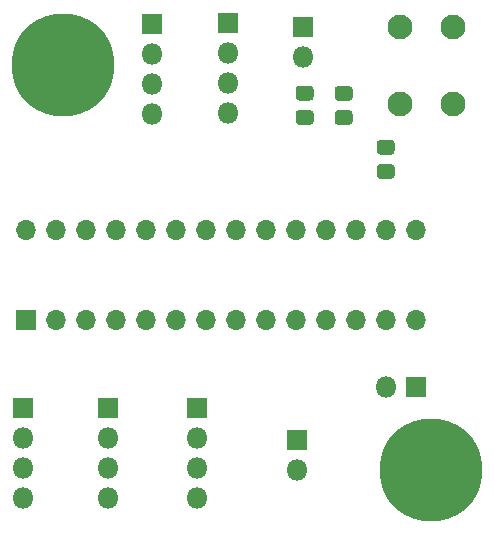
<source format=gbr>
%TF.GenerationSoftware,KiCad,Pcbnew,(5.1.6)-1*%
%TF.CreationDate,2020-09-04T23:44:55+02:00*%
%TF.ProjectId,gpioexpander3,6770696f-6578-4706-916e-646572332e6b,rev?*%
%TF.SameCoordinates,Original*%
%TF.FileFunction,Soldermask,Top*%
%TF.FilePolarity,Negative*%
%FSLAX46Y46*%
G04 Gerber Fmt 4.6, Leading zero omitted, Abs format (unit mm)*
G04 Created by KiCad (PCBNEW (5.1.6)-1) date 2020-09-04 23:44:55*
%MOMM*%
%LPD*%
G01*
G04 APERTURE LIST*
%ADD10O,1.800000X1.800000*%
%ADD11R,1.800000X1.800000*%
%ADD12O,1.700000X1.700000*%
%ADD13R,1.700000X1.700000*%
%ADD14C,2.100000*%
%ADD15C,1.000000*%
%ADD16C,8.700000*%
G04 APERTURE END LIST*
D10*
%TO.C,J7*%
X140843000Y-103378000D03*
X140843000Y-100838000D03*
X140843000Y-98298000D03*
D11*
X140843000Y-95758000D03*
%TD*%
%TO.C,R3*%
G36*
G01*
X153767262Y-69713000D02*
X152810738Y-69713000D01*
G75*
G02*
X152539000Y-69441262I0J271738D01*
G01*
X152539000Y-68734738D01*
G75*
G02*
X152810738Y-68463000I271738J0D01*
G01*
X153767262Y-68463000D01*
G75*
G02*
X154039000Y-68734738I0J-271738D01*
G01*
X154039000Y-69441262D01*
G75*
G02*
X153767262Y-69713000I-271738J0D01*
G01*
G37*
G36*
G01*
X153767262Y-71763000D02*
X152810738Y-71763000D01*
G75*
G02*
X152539000Y-71491262I0J271738D01*
G01*
X152539000Y-70784738D01*
G75*
G02*
X152810738Y-70513000I271738J0D01*
G01*
X153767262Y-70513000D01*
G75*
G02*
X154039000Y-70784738I0J-271738D01*
G01*
X154039000Y-71491262D01*
G75*
G02*
X153767262Y-71763000I-271738J0D01*
G01*
G37*
%TD*%
%TO.C,R2*%
G36*
G01*
X149508738Y-70495000D02*
X150465262Y-70495000D01*
G75*
G02*
X150737000Y-70766738I0J-271738D01*
G01*
X150737000Y-71473262D01*
G75*
G02*
X150465262Y-71745000I-271738J0D01*
G01*
X149508738Y-71745000D01*
G75*
G02*
X149237000Y-71473262I0J271738D01*
G01*
X149237000Y-70766738D01*
G75*
G02*
X149508738Y-70495000I271738J0D01*
G01*
G37*
G36*
G01*
X149508738Y-68445000D02*
X150465262Y-68445000D01*
G75*
G02*
X150737000Y-68716738I0J-271738D01*
G01*
X150737000Y-69423262D01*
G75*
G02*
X150465262Y-69695000I-271738J0D01*
G01*
X149508738Y-69695000D01*
G75*
G02*
X149237000Y-69423262I0J271738D01*
G01*
X149237000Y-68716738D01*
G75*
G02*
X149508738Y-68445000I271738J0D01*
G01*
G37*
%TD*%
%TO.C,R1*%
G36*
G01*
X156366738Y-75076000D02*
X157323262Y-75076000D01*
G75*
G02*
X157595000Y-75347738I0J-271738D01*
G01*
X157595000Y-76054262D01*
G75*
G02*
X157323262Y-76326000I-271738J0D01*
G01*
X156366738Y-76326000D01*
G75*
G02*
X156095000Y-76054262I0J271738D01*
G01*
X156095000Y-75347738D01*
G75*
G02*
X156366738Y-75076000I271738J0D01*
G01*
G37*
G36*
G01*
X156366738Y-73026000D02*
X157323262Y-73026000D01*
G75*
G02*
X157595000Y-73297738I0J-271738D01*
G01*
X157595000Y-74004262D01*
G75*
G02*
X157323262Y-74276000I-271738J0D01*
G01*
X156366738Y-74276000D01*
G75*
G02*
X156095000Y-74004262I0J271738D01*
G01*
X156095000Y-73297738D01*
G75*
G02*
X156366738Y-73026000I271738J0D01*
G01*
G37*
%TD*%
D10*
%TO.C,J1*%
X149352000Y-100965000D03*
D11*
X149352000Y-98425000D03*
%TD*%
D12*
%TO.C,U1*%
X126365000Y-80645000D03*
X159385000Y-88265000D03*
X128905000Y-80645000D03*
X156845000Y-88265000D03*
X131445000Y-80645000D03*
X154305000Y-88265000D03*
X133985000Y-80645000D03*
X151765000Y-88265000D03*
X136525000Y-80645000D03*
X149225000Y-88265000D03*
X139065000Y-80645000D03*
X146685000Y-88265000D03*
X141605000Y-80645000D03*
X144145000Y-88265000D03*
X144145000Y-80645000D03*
X141605000Y-88265000D03*
X146685000Y-80645000D03*
X139065000Y-88265000D03*
X149225000Y-80645000D03*
X136525000Y-88265000D03*
X151765000Y-80645000D03*
X133985000Y-88265000D03*
X154305000Y-80645000D03*
X131445000Y-88265000D03*
X156845000Y-80645000D03*
X128905000Y-88265000D03*
X159385000Y-80645000D03*
D13*
X126365000Y-88265000D03*
%TD*%
D14*
%TO.C,SW1*%
X162560000Y-70000000D03*
X158060000Y-70000000D03*
X162560000Y-63500000D03*
X158060000Y-63500000D03*
%TD*%
D10*
%TO.C,J8*%
X149860000Y-66040000D03*
D11*
X149860000Y-63500000D03*
%TD*%
D10*
%TO.C,J6*%
X133350000Y-103378000D03*
X133350000Y-100838000D03*
X133350000Y-98298000D03*
D11*
X133350000Y-95758000D03*
%TD*%
D10*
%TO.C,J5*%
X126111000Y-103378000D03*
X126111000Y-100838000D03*
X126111000Y-98298000D03*
D11*
X126111000Y-95758000D03*
%TD*%
D10*
%TO.C,J4*%
X137033000Y-70866000D03*
X137033000Y-68326000D03*
X137033000Y-65786000D03*
D11*
X137033000Y-63246000D03*
%TD*%
D10*
%TO.C,J3*%
X143510000Y-70739000D03*
X143510000Y-68199000D03*
X143510000Y-65659000D03*
D11*
X143510000Y-63119000D03*
%TD*%
D10*
%TO.C,J2*%
X156845000Y-93980000D03*
D11*
X159385000Y-93980000D03*
%TD*%
D15*
%TO.C,H2*%
X162935419Y-98684581D03*
X160655000Y-97740000D03*
X158374581Y-98684581D03*
X157430000Y-100965000D03*
X158374581Y-103245419D03*
X160655000Y-104190000D03*
X162935419Y-103245419D03*
X163880000Y-100965000D03*
D16*
X160655000Y-100965000D03*
%TD*%
D15*
%TO.C,H1*%
X131820419Y-64394581D03*
X129540000Y-63450000D03*
X127259581Y-64394581D03*
X126315000Y-66675000D03*
X127259581Y-68955419D03*
X129540000Y-69900000D03*
X131820419Y-68955419D03*
X132765000Y-66675000D03*
D16*
X129540000Y-66675000D03*
%TD*%
M02*

</source>
